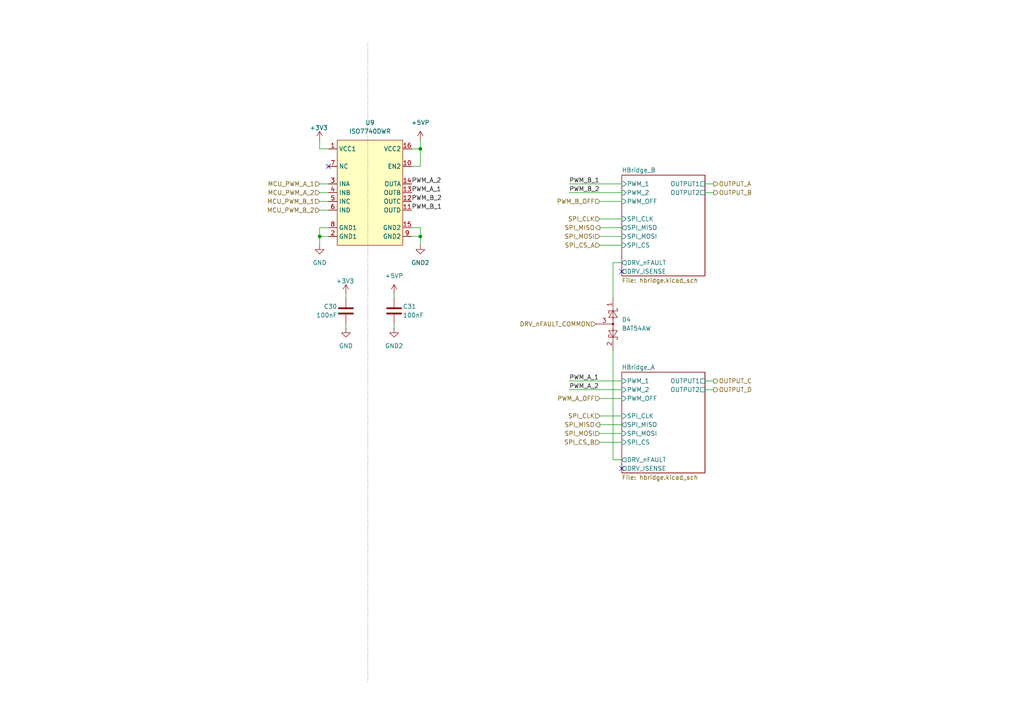
<source format=kicad_sch>
(kicad_sch (version 20250114) (generator "eeschema") (generator_version "9.0")
  (paper "A4")
  (lib_symbols
    (symbol "Device:C" (pin_numbers (hide yes)) (pin_names (offset 0.254))
      (property "Reference" "C" (at 0.635 2.54 0))
      (property "Value" "C" (at 0.635 -2.54 0))
      (symbol "C_0_1"
        (polyline (pts (xy -2.032 0.762) (xy 2.032 0.762)) (stroke (width 0.508)))
        (polyline (pts (xy -2.032 -0.762) (xy 2.032 -0.762)) (stroke (width 0.508)))
      )
      (symbol "C_1_1"
        (pin passive line (at 0 3.81 270) (length 2.794) (name "~") (number "1"))
        (pin passive line (at 0 -3.81 90) (length 2.794) (name "~") (number "2"))
      )
    )
    (symbol "Diode:BAT54AW" (pin_names (offset 1.016))
      (property "Reference" "D" (at 0.635 -3.81 0))
      (property "Value" "BAT54AW" (at -6.35 3.175 0))
      (symbol "BAT54AW_0_1"
        (polyline (pts (xy -4.445 1.27) (xy -4.445 1.016)))
        (polyline (pts (xy -3.81 1.27) (xy -4.445 1.27)))
        (polyline (pts (xy -3.81 0) (xy -1.27 0)))
        (polyline (pts (xy -3.81 -1.27) (xy -3.81 1.27)))
        (polyline (pts (xy -3.81 -1.27) (xy -3.175 -1.27)))
        (polyline (pts (xy -3.175 -1.27) (xy -3.175 -1.016)))
        (polyline (pts (xy -1.905 1.27) (xy -1.905 -1.27) (xy -3.81 0) (xy -1.905 1.27)))
        (polyline (pts (xy -1.905 0) (xy 1.905 0)))
        (circle (center 0 0) (radius 0.254) (fill (type outline)))
        (polyline (pts (xy 1.27 0) (xy 3.81 0)))
        (polyline (pts (xy 1.905 1.27) (xy 1.905 -1.27) (xy 3.81 0) (xy 1.905 1.27)))
        (polyline (pts (xy 3.175 -1.27) (xy 3.175 -1.016)))
        (polyline (pts (xy 3.81 1.27) (xy 4.445 1.27)))
        (polyline (pts (xy 3.81 -1.27) (xy 3.175 -1.27)))
        (polyline (pts (xy 3.81 -1.27) (xy 3.81 1.27)))
        (polyline (pts (xy 4.445 1.27) (xy 4.445 1.016)))
      )
      (symbol "BAT54AW_1_1"
        (pin passive line (at -7.62 0 0) (length 3.81) (name "~") (number "1"))
        (pin passive line (at 0 -5.08 90) (length 5.08) (name "~") (number "3"))
        (pin passive line (at 7.62 0 180) (length 3.81) (name "~") (number "2"))
      )
    )
    (symbol "parts:ISO7740"
      (property "Reference" "U" (at 1.016 1.27 0))
      (property "Value" "ISO7740DWR" (at 19.05 -44.45 0))
      (symbol "ISO7740_0_0"
        (pin unspecified line (at -2.54 -7.62 0) (length 2.54) (name "NC") (number "7"))
        (pin input line (at -2.54 -12.7 0) (length 2.54) (name "INA") (number "3"))
        (pin input line (at -2.54 -15.24 0) (length 2.54) (name "INB") (number "4"))
        (pin input line (at -2.54 -17.78 0) (length 2.54) (name "INC") (number "5"))
        (pin input line (at -2.54 -20.32 0) (length 2.54) (name "IND") (number "6"))
        (pin power_in line (at -2.54 -25.4 0) (length 2.54) (name "GND1") (number "8"))
        (pin power_in line (at -2.54 -27.94 0) (length 2.54) (name "GND1") (number "2"))
        (pin power_in line (at 21.59 -2.54 180) (length 2.54) (name "VCC2") (number "16"))
        (pin input line (at 21.59 -7.62 180) (length 2.54) (name "EN2") (number "10"))
        (pin output line (at 21.59 -12.7 180) (length 2.54) (name "OUTA") (number "14"))
        (pin output line (at 21.59 -15.24 180) (length 2.54) (name "OUTB") (number "13"))
        (pin output line (at 21.59 -17.78 180) (length 2.54) (name "OUTC") (number "12"))
        (pin output line (at 21.59 -20.32 180) (length 2.54) (name "OUTD") (number "11"))
        (pin power_in line (at 21.59 -25.4 180) (length 2.54) (name "GND2") (number "15"))
        (pin power_in line (at 21.59 -27.94 180) (length 2.54) (name "GND2") (number "9"))
      )
      (symbol "ISO7740_1_0"
        (pin power_in line (at -2.54 -2.54 0) (length 2.54) (name "VCC1") (number "1"))
      )
      (symbol "ISO7740_1_1"
        (rectangle (start 0 0) (end 19.05 -30.48) (fill (type background)))
      )
    )
    (symbol "power:+3.3V" (power) (pin_numbers (hide yes)) (pin_names (offset 0) (hide yes))
      (property "Value" "+3.3V" (at 0 3.556 0))
      (symbol "+3.3V_0_1"
        (polyline (pts (xy -0.762 1.27) (xy 0 2.54)))
        (polyline (pts (xy 0 2.54) (xy 0.762 1.27)))
        (polyline (pts (xy 0 0) (xy 0 2.54)))
      )
      (symbol "+3.3V_1_1"
        (pin power_in line (at 0 0 90) (length 0) (name "~") (number "1"))
      )
    )
    (symbol "power:+5VP" (power) (pin_numbers (hide yes)) (pin_names (offset 0) (hide yes))
      (property "Value" "+5VP" (at 0 3.556 0))
      (symbol "+5VP_0_1"
        (polyline (pts (xy -0.762 1.27) (xy 0 2.54)))
        (polyline (pts (xy 0 2.54) (xy 0.762 1.27)))
        (polyline (pts (xy 0 0) (xy 0 2.54)))
      )
      (symbol "+5VP_1_1"
        (pin power_in line (at 0 0 90) (length 0) (name "~") (number "1"))
      )
    )
    (symbol "power:GND" (power) (pin_numbers (hide yes)) (pin_names (offset 0) (hide yes))
      (property "Value" "GND" (at 0 -3.81 0))
      (symbol "GND_0_1"
        (polyline (pts (xy 0 0) (xy 0 -1.27) (xy 1.27 -1.27) (xy 0 -2.54) (xy -1.27 -1.27) (xy 0 -1.27)))
      )
      (symbol "GND_1_1"
        (pin power_in line (at 0 0 270) (length 0) (name "~") (number "1"))
      )
    )
    (symbol "power:GND2" (power) (pin_numbers (hide yes)) (pin_names (offset 0) (hide yes))
      (property "Value" "GND2" (at 0 -3.81 0))
      (symbol "GND2_0_1"
        (polyline (pts (xy 0 0) (xy 0 -1.27) (xy 1.27 -1.27) (xy 0 -2.54) (xy -1.27 -1.27) (xy 0 -1.27)))
      )
      (symbol "GND2_1_1"
        (pin power_in line (at 0 0 270) (length 0) (name "~") (number "1"))
      )
    )
  )
  (junction (at 92.71 68.58))
  (junction (at 121.92 68.58))
  (junction (at 121.92 43.18))
  (no_connect (at 95.25 48.26))
  (no_connect (at 180.34 78.74))
  (no_connect (at 180.34 135.89))
  (wire (pts (xy 173.99 120.65) (xy 180.34 120.65)))
  (wire (pts (xy 121.92 43.18) (xy 121.92 48.26)))
  (wire (pts (xy 119.38 66.04) (xy 121.92 66.04)))
  (wire (pts (xy 207.01 53.34) (xy 204.47 53.34)))
  (wire (pts (xy 100.33 85.09) (xy 100.33 86.36)))
  (wire (pts (xy 173.99 115.57) (xy 180.34 115.57)))
  (wire (pts (xy 95.25 43.18) (xy 92.71 43.18)))
  (wire (pts (xy 119.38 68.58) (xy 121.92 68.58)))
  (wire (pts (xy 207.01 55.88) (xy 204.47 55.88)))
  (wire (pts (xy 92.71 55.88) (xy 95.25 55.88)))
  (wire (pts (xy 114.3 85.09) (xy 114.3 86.36)))
  (wire (pts (xy 173.99 125.73) (xy 180.34 125.73)))
  (wire (pts (xy 121.92 66.04) (xy 121.92 68.58)))
  (wire (pts (xy 119.38 43.18) (xy 121.92 43.18)))
  (wire (pts (xy 165.1 53.34) (xy 180.34 53.34)))
  (wire (pts (xy 207.01 113.03) (xy 204.47 113.03)))
  (wire (pts (xy 177.8 86.36) (xy 177.8 76.2)))
  (wire (pts (xy 92.71 66.04) (xy 92.71 68.58)))
  (wire (pts (xy 100.33 95.25) (xy 100.33 93.98)))
  (wire (pts (xy 173.99 58.42) (xy 180.34 58.42)))
  (wire (pts (xy 165.1 55.88) (xy 180.34 55.88)))
  (wire (pts (xy 92.71 53.34) (xy 95.25 53.34)))
  (wire (pts (xy 121.92 43.18) (xy 121.92 40.64)))
  (wire (pts (xy 177.8 101.6) (xy 177.8 133.35)))
  (wire (pts (xy 173.99 123.19) (xy 180.34 123.19)))
  (wire (pts (xy 177.8 76.2) (xy 180.34 76.2)))
  (wire (pts (xy 114.3 95.25) (xy 114.3 93.98)))
  (polyline (pts (xy 106.68 12.7) (xy 106.68 198.12)) (stroke (width 0) (type dot)))
  (wire (pts (xy 95.25 68.58) (xy 92.71 68.58)))
  (wire (pts (xy 173.99 66.04) (xy 180.34 66.04)))
  (wire (pts (xy 119.38 48.26) (xy 121.92 48.26)))
  (wire (pts (xy 92.71 58.42) (xy 95.25 58.42)))
  (wire (pts (xy 173.99 68.58) (xy 180.34 68.58)))
  (wire (pts (xy 95.25 66.04) (xy 92.71 66.04)))
  (wire (pts (xy 177.8 133.35) (xy 180.34 133.35)))
  (wire (pts (xy 121.92 68.58) (xy 121.92 71.12)))
  (wire (pts (xy 92.71 43.18) (xy 92.71 40.64)))
  (wire (pts (xy 92.71 68.58) (xy 92.71 71.12)))
  (wire (pts (xy 92.71 60.96) (xy 95.25 60.96)))
  (wire (pts (xy 165.1 113.03) (xy 180.34 113.03)))
  (wire (pts (xy 173.99 71.12) (xy 180.34 71.12)))
  (wire (pts (xy 207.01 110.49) (xy 204.47 110.49)))
  (wire (pts (xy 173.99 63.5) (xy 180.34 63.5)))
  (wire (pts (xy 173.99 128.27) (xy 180.34 128.27)))
  (wire (pts (xy 165.1 110.49) (xy 180.34 110.49)))
  (label "PWM_A_2" (at 119.38 53.34 0))
  (label "PWM_B_2" (at 165.1 55.88 0))
  (label "PWM_A_2" (at 165.1 113.03 0))
  (label "PWM_A_1" (at 119.38 55.88 0))
  (label "PWM_B_1" (at 165.1 53.34 0))
  (label "PWM_B_2" (at 119.38 58.42 0))
  (label "PWM_A_1" (at 165.1 110.49 0))
  (label "PWM_B_1" (at 119.38 60.96 0))
  (hierarchical_label "SPI_CLK" (shape input) (at 173.99 63.5 180))
  (hierarchical_label "MCU_PWM_B_2" (shape input) (at 92.71 60.96 180))
  (hierarchical_label "SPI_MISO" (shape output) (at 173.99 66.04 180))
  (hierarchical_label "SPI_MOSI" (shape input) (at 173.99 68.58 180))
  (hierarchical_label "SPI_CS_A" (shape input) (at 173.99 71.12 180))
  (hierarchical_label "DRV_nFAULT_COMMON" (shape input) (at 172.72 93.98 180))
  (hierarchical_label "SPI_MISO" (shape output) (at 173.99 123.19 180))
  (hierarchical_label "OUTPUT_C" (shape output) (at 207.01 110.49 0))
  (hierarchical_label "OUTPUT_D" (shape output) (at 207.01 113.03 0))
  (hierarchical_label "MCU_PWM_A_2" (shape input) (at 92.71 55.88 180))
  (hierarchical_label "PWM_A_OFF" (shape input) (at 173.99 115.57 180))
  (hierarchical_label "SPI_CS_B" (shape input) (at 173.99 128.27 180))
  (hierarchical_label "PWM_B_OFF" (shape input) (at 173.99 58.42 180))
  (hierarchical_label "MCU_PWM_A_1" (shape input) (at 92.71 53.34 180))
  (hierarchical_label "OUTPUT_A" (shape output) (at 207.01 53.34 0))
  (hierarchical_label "MCU_PWM_B_1" (shape input) (at 92.71 58.42 180))
  (hierarchical_label "OUTPUT_B" (shape output) (at 207.01 55.88 0))
  (hierarchical_label "SPI_MOSI" (shape input) (at 173.99 125.73 180))
  (hierarchical_label "SPI_CLK" (shape input) (at 173.99 120.65 180))
  (symbol (lib_id "Device:C") (at 100.33 90.17 0) (mirror y) (unit 1)
    (property "Reference" "C30" (at 97.79 88.9 0) (effects (justify left)))
    (property "Value" "100nF" (at 97.79 91.44 0) (effects (justify left)))
    (property "Footprint" "Capacitor_SMD:C_0402_1005Metric" (effects (hide yes)))
    (property "Description" "Unpolarized capacitor" (effects (hide yes)))
    (instances (project "anarchytechnobox" (path "" (reference "C30") (unit 1)) (path "" (reference "C32") (unit 1))))
  )
  (symbol (lib_id "power:+5VP") (at 114.3 85.09 0) (unit 1)
    (property "Reference" "#PWR034" (effects (hide yes)))
    (property "Value" "+5VP" (at 114.3 80.01 0))
    (property "Description" "Power symbol creates a global label with name \"+5VP\"" (effects (hide yes)))
    (instances (project "anarchytechnobox" (path "" (reference "#PWR034") (unit 1)) (path "" (reference "#PWR057") (unit 1))))
  )
  (symbol (lib_id "power:GND") (at 100.33 95.25 0) (unit 1)
    (property "Reference" "#PWR056" (effects (hide yes)))
    (property "Value" "GND" (at 100.33 100.33 0))
    (property "Description" "Power symbol creates a global label with name \"GND\" , ground" (effects (hide yes)))
    (instances (project "anarchytechnobox" (path "" (reference "#PWR056") (unit 1)) (path "" (reference "#PWR064") (unit 1))))
  )
  (symbol (lib_id "power:+3.3V") (at 92.71 40.64 0) (unit 1)
    (property "Reference" "#PWR053" (effects (hide yes)))
    (property "Value" "+3V3" (at 92.456 37.084 0))
    (instances (project "anarchytechnobox" (path "" (reference "#PWR053") (unit 1)) (path "" (reference "#PWR061") (unit 1))))
  )
  (symbol (lib_id "parts:ISO7740") (at 97.79 40.64 0) (unit 1)
    (property "Reference" "U9" (at 107.315 35.56 0))
    (property "Value" "ISO7740DWR" (at 107.315 38.1 0))
    (property "Footprint" "Package_SO:SOIC-16W_7.5x10.3mm_P1.27mm" (effects (hide yes)))
    (property "Datasheet" "https://www.ti.com/lit/ds/symlink/iso7742.pdf" (effects (hide yes)))
    (property "Description" "ISO774x High-Speed, Robust-EMC Reinforced and Basic Quad-Channel Digital Isolators" (effects (hide yes)))
    (property "LCSC Part" "C529547" (effects (hide yes)))
    (instances (project "anarchytechnobox" (path "" (reference "U9") (unit 1)) (path "" (reference "U10") (unit 1))))
  )
  (symbol (lib_id "Device:C") (at 114.3 90.17 0) (unit 1)
    (property "Reference" "C31" (at 116.84 88.9 0) (effects (justify left)))
    (property "Value" "100nF" (at 116.84 91.44 0) (effects (justify left)))
    (property "Footprint" "Capacitor_SMD:C_0402_1005Metric" (effects (hide yes)))
    (property "Description" "Unpolarized capacitor" (effects (hide yes)))
    (instances (project "anarchytechnobox" (path "" (reference "C31") (unit 1)) (path "" (reference "C33") (unit 1))))
  )
  (symbol (lib_id "power:GND2") (at 114.3 95.25 0) (unit 1)
    (property "Reference" "#PWR058" (effects (hide yes)))
    (property "Value" "GND2" (at 114.3 100.33 0))
    (property "Description" "Power symbol creates a global label with name \"GND2\" , ground" (effects (hide yes)))
    (instances (project "anarchytechnobox" (path "" (reference "#PWR058") (unit 1)) (path "" (reference "#PWR066") (unit 1))))
  )
  (symbol (lib_id "power:+5VP") (at 121.92 40.64 0) (unit 1)
    (property "Reference" "#PWR031" (effects (hide yes)))
    (property "Value" "+5VP" (at 121.92 35.56 0))
    (property "Description" "Power symbol creates a global label with name \"+5VP\"" (effects (hide yes)))
    (instances (project "anarchytechnobox" (path "" (reference "#PWR031") (unit 1)) (path "" (reference "#PWR033") (unit 1))))
  )
  (symbol (lib_id "Diode:BAT54AW") (at 177.8 93.98 270) (unit 1)
    (property "Reference" "D4" (at 180.34 92.7099 90) (effects (justify left)))
    (property "Value" "BAT54AW" (at 180.34 95.2499 90) (effects (justify left)))
    (property "Footprint" "Package_TO_SOT_SMD:SOT-323_SC-70" (effects (hide yes)))
    (property "Datasheet" "https://assets.nexperia.com/documents/data-sheet/BAT54W_SER.pdf" (effects (hide yes)))
    (property "Description" "Dual schottky barrier diode, common anode, SOT-323" (effects (hide yes)))
    (instances (project "anarchytechnobox" (path "" (reference "D4") (unit 1)) (path "" (reference "D5") (unit 1))))
  )
  (symbol (lib_id "power:GND2") (at 121.92 71.12 0) (unit 1)
    (property "Reference" "#PWR060" (effects (hide yes)))
    (property "Value" "GND2" (at 121.92 76.2 0))
    (property "Description" "Power symbol creates a global label with name \"GND2\" , ground" (effects (hide yes)))
    (instances (project "anarchytechnobox" (path "" (reference "#PWR060") (unit 1)) (path "" (reference "#PWR068") (unit 1))))
  )
  (symbol (lib_id "power:GND") (at 92.71 71.12 0) (unit 1)
    (property "Reference" "#PWR054" (effects (hide yes)))
    (property "Value" "GND" (at 92.71 76.2 0))
    (property "Description" "Power symbol creates a global label with name \"GND\" , ground" (effects (hide yes)))
    (instances (project "anarchytechnobox" (path "" (reference "#PWR054") (unit 1)) (path "" (reference "#PWR062") (unit 1))))
  )
  (symbol (lib_id "power:+3.3V") (at 100.33 85.09 0) (unit 1)
    (property "Reference" "#PWR055" (effects (hide yes)))
    (property "Value" "+3V3" (at 100.076 81.534 0))
    (instances (project "anarchytechnobox" (path "" (reference "#PWR055") (unit 1)) (path "" (reference "#PWR063") (unit 1))))
  )
  (sheet (at 180.34 107.95) (size 24.13 29.21) (stroke (width 0.1524))
    (property "Sheetname" "HBridge_A" (at 180.34 107.2384 0) (effects (justify left bottom)))
    (property "Sheetfile" "hbridge.kicad_sch" (at 180.34 137.7446 0) (effects (justify left top)))
    (pin "OUTPUT2" passive (at 204.47 113.03 0))
    (pin "DRV_ISENSE" output (at 180.34 135.89 180))
    (pin "PWM_2" input (at 180.34 113.03 180))
    (pin "SPI_MISO" output (at 180.34 123.19 180))
    (pin "SPI_MOSI" input (at 180.34 125.73 180))
    (pin "SPI_CLK" input (at 180.34 120.65 180))
    (pin "SPI_CS" input (at 180.34 128.27 180))
    (pin "OUTPUT1" passive (at 204.47 110.49 0))
    (pin "DRV_nFAULT" output (at 180.34 133.35 180))
    (pin "PWM_OFF" input (at 180.34 115.57 180))
    (pin "PWM_1" input (at 180.34 110.49 180))
  )
  (sheet (at 180.34 50.8) (size 24.13 29.21) (stroke (width 0.1524))
    (property "Sheetname" "HBridge_B" (at 180.34 50.0884 0) (effects (justify left bottom)))
    (property "Sheetfile" "hbridge.kicad_sch" (at 180.34 80.5946 0) (effects (justify left top)))
    (pin "OUTPUT2" passive (at 204.47 55.88 0))
    (pin "DRV_ISENSE" output (at 180.34 78.74 180))
    (pin "PWM_2" input (at 180.34 55.88 180))
    (pin "SPI_MISO" output (at 180.34 66.04 180))
    (pin "SPI_MOSI" input (at 180.34 68.58 180))
    (pin "SPI_CLK" input (at 180.34 63.5 180))
    (pin "SPI_CS" input (at 180.34 71.12 180))
    (pin "OUTPUT1" passive (at 204.47 53.34 0))
    (pin "DRV_nFAULT" output (at 180.34 76.2 180))
    (pin "PWM_OFF" input (at 180.34 58.42 180))
    (pin "PWM_1" input (at 180.34 53.34 180))
  )
)
</source>
